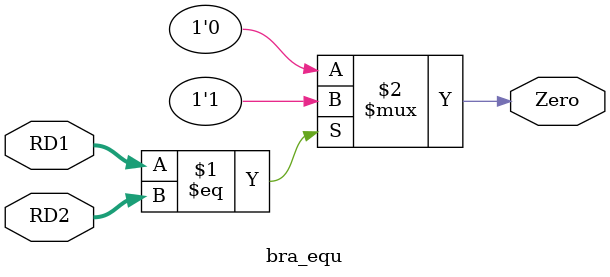
<source format=v>
module bra_equ( RD1, RD2, Zero );

	input [31:0] RD1, RD2;
	output Zero;
	assign Zero = (RD1 == RD2) ? 1'b1 : 1'b0 ;

endmodule
</source>
